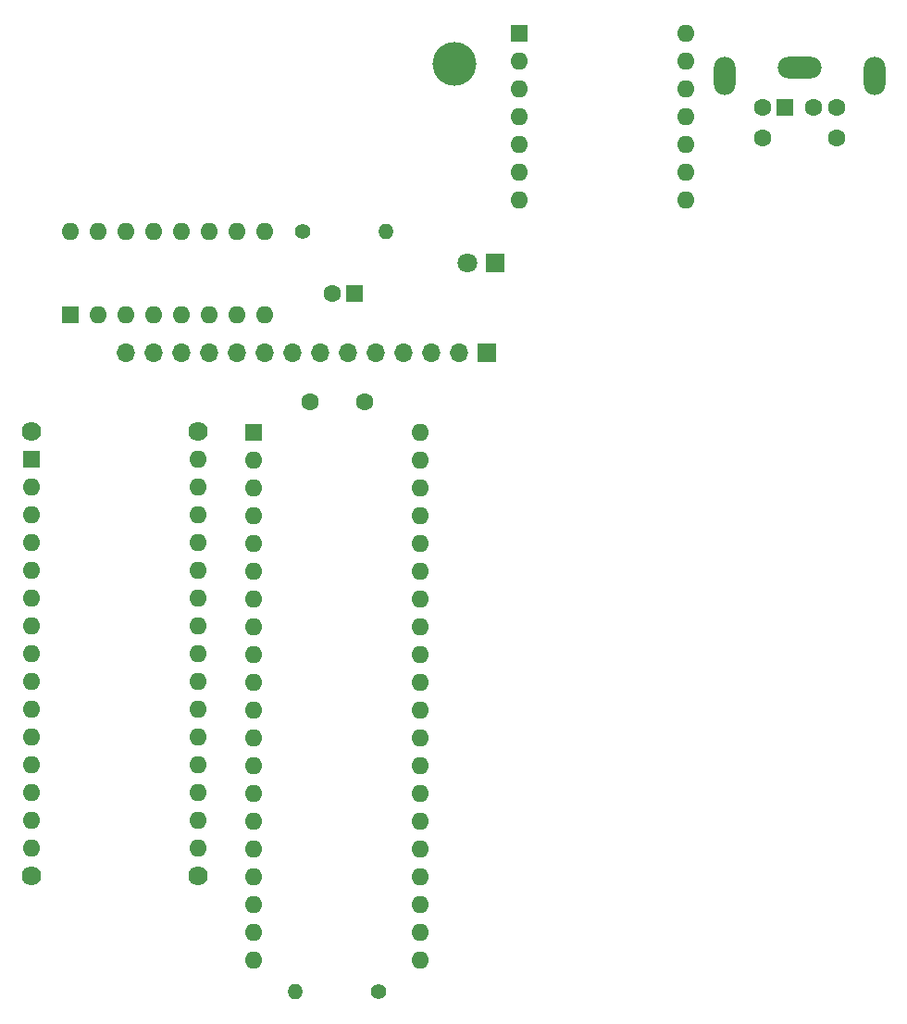
<source format=gbr>
%TF.GenerationSoftware,KiCad,Pcbnew,8.0.5*%
%TF.CreationDate,2024-10-27T18:20:28+00:00*%
%TF.ProjectId,Oric-PS2USB,4f726963-2d50-4533-9255-53422e6b6963,rev?*%
%TF.SameCoordinates,Original*%
%TF.FileFunction,Soldermask,Bot*%
%TF.FilePolarity,Negative*%
%FSLAX46Y46*%
G04 Gerber Fmt 4.6, Leading zero omitted, Abs format (unit mm)*
G04 Created by KiCad (PCBNEW 8.0.5) date 2024-10-27 18:20:28*
%MOMM*%
%LPD*%
G01*
G04 APERTURE LIST*
%ADD10C,1.780000*%
%ADD11R,1.600000X1.600000*%
%ADD12O,1.600000X1.600000*%
%ADD13C,4.000000*%
%ADD14R,1.800000X1.800000*%
%ADD15C,1.800000*%
%ADD16C,1.600000*%
%ADD17O,2.000000X3.500000*%
%ADD18O,4.000000X2.000000*%
%ADD19C,1.400000*%
%ADD20O,1.400000X1.400000*%
%ADD21O,1.700000X1.700000*%
%ADD22R,1.700000X1.700000*%
G04 APERTURE END LIST*
D10*
%TO.C,U2*%
X31820000Y-60540000D03*
X31820000Y-101180000D03*
X47060000Y-60540000D03*
X47060000Y-101180000D03*
D11*
X31820000Y-63080000D03*
D12*
X31820000Y-65620000D03*
X31820000Y-68160000D03*
X31820000Y-70700000D03*
X31820000Y-73240000D03*
X31820000Y-75780000D03*
X31820000Y-78320000D03*
X31820000Y-80860000D03*
X31820000Y-83400000D03*
X31820000Y-85940000D03*
X31820000Y-88480000D03*
X31820000Y-91020000D03*
X31820000Y-93560000D03*
X31820000Y-96100000D03*
X31820000Y-98640000D03*
X47060000Y-98640000D03*
X47060000Y-96100000D03*
X47060000Y-93560000D03*
X47060000Y-91020000D03*
X47060000Y-88480000D03*
X47060000Y-85940000D03*
X47060000Y-83400000D03*
X47060000Y-80860000D03*
X47060000Y-78320000D03*
X47060000Y-75780000D03*
X47060000Y-73240000D03*
X47060000Y-70700000D03*
X47060000Y-68160000D03*
X47060000Y-65620000D03*
X47060000Y-63080000D03*
%TD*%
D13*
%TO.C,H1*%
X70500000Y-26940000D03*
%TD*%
D11*
%TO.C,U1*%
X52160000Y-60640000D03*
D12*
X52160000Y-63180000D03*
X52160000Y-65720000D03*
X52160000Y-68260000D03*
X52160000Y-70800000D03*
X52160000Y-73340000D03*
X52160000Y-75880000D03*
X52160000Y-78420000D03*
X52160000Y-80960000D03*
X52160000Y-83500000D03*
X52160000Y-86040000D03*
X52160000Y-88580000D03*
X52160000Y-91120000D03*
X52160000Y-93660000D03*
X52160000Y-96200000D03*
X52160000Y-98740000D03*
X52160000Y-101280000D03*
X52160000Y-103820000D03*
X52160000Y-106360000D03*
X52160000Y-108900000D03*
X67400000Y-108900000D03*
X67400000Y-106360000D03*
X67400000Y-103820000D03*
X67400000Y-101280000D03*
X67400000Y-98740000D03*
X67400000Y-96200000D03*
X67400000Y-93660000D03*
X67400000Y-91120000D03*
X67400000Y-88580000D03*
X67400000Y-86040000D03*
X67400000Y-83500000D03*
X67400000Y-80960000D03*
X67400000Y-78420000D03*
X67400000Y-75880000D03*
X67400000Y-73340000D03*
X67400000Y-70800000D03*
X67400000Y-68260000D03*
X67400000Y-65720000D03*
X67400000Y-63180000D03*
X67400000Y-60640000D03*
%TD*%
D14*
%TO.C,D17*%
X74215000Y-45100000D03*
D15*
X71675000Y-45100000D03*
%TD*%
D11*
%TO.C,J3*%
X100790000Y-30870000D03*
D16*
X103390000Y-30870000D03*
X98690000Y-30870000D03*
X105490000Y-30870000D03*
X98690000Y-33670000D03*
X105490000Y-33670000D03*
D17*
X108940000Y-28020000D03*
D18*
X102090000Y-27220000D03*
D17*
X95240000Y-28020000D03*
%TD*%
D11*
%TO.C,U3*%
X35400000Y-49870000D03*
D12*
X37940000Y-49870000D03*
X40480000Y-49870000D03*
X43020000Y-49870000D03*
X45560000Y-49870000D03*
X48100000Y-49870000D03*
X50640000Y-49870000D03*
X53180000Y-49870000D03*
X53180000Y-42250000D03*
X50640000Y-42250000D03*
X48100000Y-42250000D03*
X45560000Y-42250000D03*
X43020000Y-42250000D03*
X40480000Y-42250000D03*
X37940000Y-42250000D03*
X35400000Y-42250000D03*
%TD*%
D19*
%TO.C,R1*%
X56640000Y-42210000D03*
D20*
X64260000Y-42210000D03*
%TD*%
D21*
%TO.C,PL1*%
X40470000Y-53280000D03*
X43010000Y-53280000D03*
X45550000Y-53280000D03*
X48090000Y-53280000D03*
X50630000Y-53280000D03*
X53170000Y-53280000D03*
X55710000Y-53280000D03*
X58250000Y-53280000D03*
X60790000Y-53280000D03*
X63330000Y-53280000D03*
X65870000Y-53280000D03*
X68410000Y-53280000D03*
X70950000Y-53280000D03*
D22*
X73490000Y-53280000D03*
%TD*%
D11*
%TO.C,U7*%
X76460000Y-24090000D03*
D12*
X76460000Y-26630000D03*
X76460000Y-29170000D03*
X76460000Y-31710000D03*
X76460000Y-34250000D03*
X76460000Y-36790000D03*
X76460000Y-39330000D03*
X91700000Y-39330000D03*
X91700000Y-36790000D03*
X91700000Y-34250000D03*
X91700000Y-31710000D03*
X91700000Y-29170000D03*
X91700000Y-26630000D03*
X91700000Y-24090000D03*
%TD*%
D11*
%TO.C,C2*%
X61360000Y-47890000D03*
D16*
X59360000Y-47890000D03*
%TD*%
%TO.C,C1*%
X57285000Y-57780000D03*
X62285000Y-57780000D03*
%TD*%
D19*
%TO.C,R2*%
X63595000Y-111770000D03*
D20*
X55975000Y-111770000D03*
%TD*%
M02*

</source>
